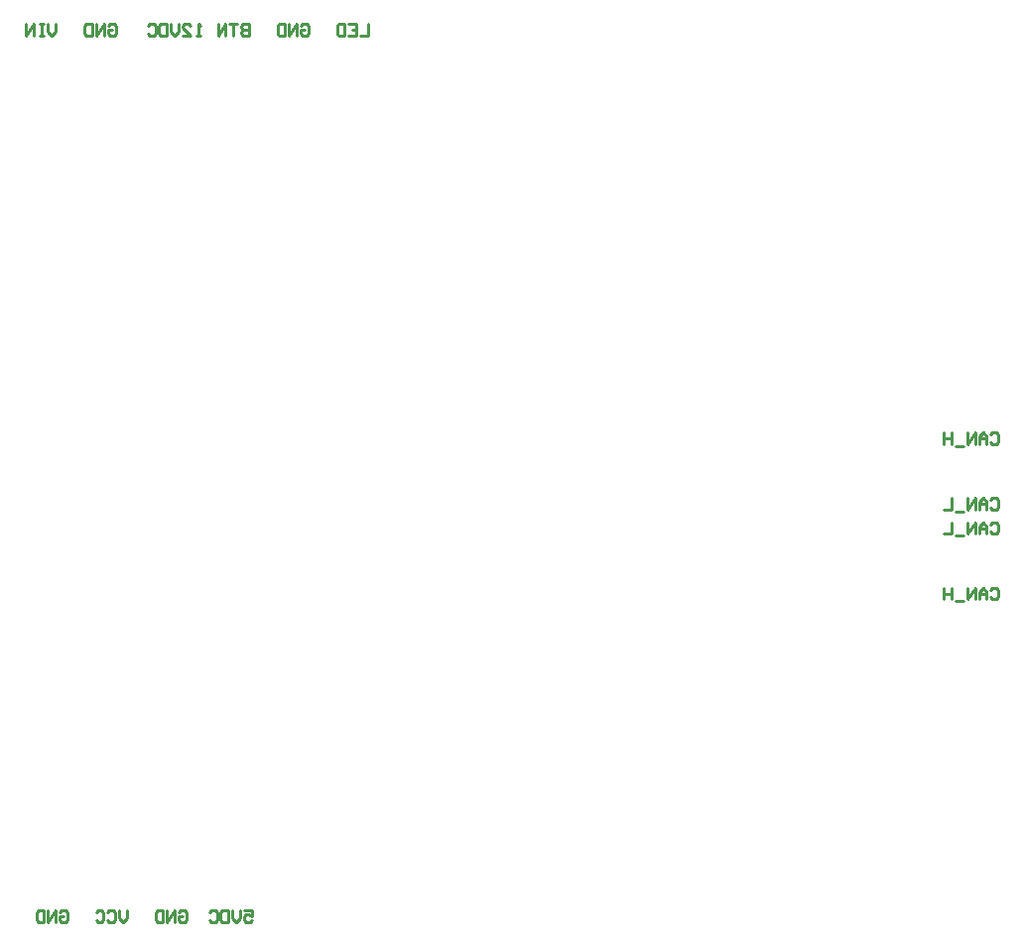
<source format=gbo>
G04*
G04 #@! TF.GenerationSoftware,Altium Limited,Altium Designer,23.0.1 (38)*
G04*
G04 Layer_Color=32896*
%FSLAX44Y44*%
%MOMM*%
G71*
G04*
G04 #@! TF.SameCoordinates,6FF5410F-6566-4CAA-8283-5BB090145FDD*
G04*
G04*
G04 #@! TF.FilePolarity,Positive*
G04*
G01*
G75*
%ADD10C,0.2540*%
D10*
X249963Y24729D02*
X256627D01*
Y19730D01*
X253295Y21397D01*
X251629D01*
X249963Y19730D01*
Y16398D01*
X251629Y14732D01*
X254961D01*
X256627Y16398D01*
X246631Y24729D02*
Y18064D01*
X243298Y14732D01*
X239966Y18064D01*
Y24729D01*
X236634D02*
Y14732D01*
X231635D01*
X229969Y16398D01*
Y23063D01*
X231635Y24729D01*
X236634D01*
X219973Y23063D02*
X221639Y24729D01*
X224971D01*
X226637Y23063D01*
Y16398D01*
X224971Y14732D01*
X221639D01*
X219973Y16398D01*
X150029Y24729D02*
Y18064D01*
X146697Y14732D01*
X143364Y18064D01*
Y24729D01*
X133368Y23063D02*
X135034Y24729D01*
X138366D01*
X140032Y23063D01*
Y16398D01*
X138366Y14732D01*
X135034D01*
X133368Y16398D01*
X123371Y23063D02*
X125037Y24729D01*
X128369D01*
X130035Y23063D01*
Y16398D01*
X128369Y14732D01*
X125037D01*
X123371Y16398D01*
X194165Y23063D02*
X195831Y24729D01*
X199163D01*
X200829Y23063D01*
Y16398D01*
X199163Y14732D01*
X195831D01*
X194165Y16398D01*
Y19730D01*
X197497D01*
X190832Y14732D02*
Y24729D01*
X184168Y14732D01*
Y24729D01*
X180835D02*
Y14732D01*
X175837D01*
X174171Y16398D01*
Y23063D01*
X175837Y24729D01*
X180835D01*
X92564Y23063D02*
X94231Y24729D01*
X97563D01*
X99229Y23063D01*
Y16398D01*
X97563Y14732D01*
X94231D01*
X92564Y16398D01*
Y19730D01*
X95897D01*
X89232Y14732D02*
Y24729D01*
X82568Y14732D01*
Y24729D01*
X79236D02*
Y14732D01*
X74237D01*
X72571Y16398D01*
Y23063D01*
X74237Y24729D01*
X79236D01*
X355729Y781395D02*
Y771398D01*
X349064D01*
X339068Y781395D02*
X345732D01*
Y771398D01*
X339068D01*
X345732Y776396D02*
X342400D01*
X335736Y781395D02*
Y771398D01*
X330737D01*
X329071Y773064D01*
Y779729D01*
X330737Y781395D01*
X335736D01*
X254129D02*
Y771398D01*
X249131D01*
X247465Y773064D01*
Y774730D01*
X249131Y776396D01*
X254129D01*
X249131D01*
X247465Y778063D01*
Y779729D01*
X249131Y781395D01*
X254129D01*
X244132D02*
X237468D01*
X240800D01*
Y771398D01*
X234135D02*
Y781395D01*
X227471Y771398D01*
Y781395D01*
X212493Y771398D02*
X209160D01*
X210827D01*
Y781395D01*
X212493Y779729D01*
X197498Y771398D02*
X204162D01*
X197498Y778063D01*
Y779729D01*
X199164Y781395D01*
X202496D01*
X204162Y779729D01*
X194165Y781395D02*
Y774730D01*
X190833Y771398D01*
X187501Y774730D01*
Y781395D01*
X184168D02*
Y771398D01*
X179170D01*
X177504Y773064D01*
Y779729D01*
X179170Y781395D01*
X184168D01*
X167507Y779729D02*
X169173Y781395D01*
X172506D01*
X174172Y779729D01*
Y773064D01*
X172506Y771398D01*
X169173D01*
X167507Y773064D01*
X298265Y779729D02*
X299931Y781395D01*
X303263D01*
X304929Y779729D01*
Y773064D01*
X303263Y771398D01*
X299931D01*
X298265Y773064D01*
Y776396D01*
X301597D01*
X294932Y771398D02*
Y781395D01*
X288268Y771398D01*
Y781395D01*
X284935D02*
Y771398D01*
X279937D01*
X278271Y773064D01*
Y779729D01*
X279937Y781395D01*
X284935D01*
X133665Y779729D02*
X135331Y781395D01*
X138663D01*
X140329Y779729D01*
Y773064D01*
X138663Y771398D01*
X135331D01*
X133665Y773064D01*
Y776396D01*
X136997D01*
X130332Y771398D02*
Y781395D01*
X123668Y771398D01*
Y781395D01*
X120336D02*
Y771398D01*
X115337D01*
X113671Y773064D01*
Y779729D01*
X115337Y781395D01*
X120336D01*
X88696D02*
Y774730D01*
X85364Y771398D01*
X82031Y774730D01*
Y781395D01*
X78699D02*
X75367D01*
X77033D01*
Y771398D01*
X78699D01*
X75367D01*
X70368D02*
Y781395D01*
X63704Y771398D01*
Y781395D01*
X886908Y298541D02*
X888574Y300207D01*
X891906D01*
X893572Y298541D01*
Y291876D01*
X891906Y290210D01*
X888574D01*
X886908Y291876D01*
X883575Y290210D02*
Y296875D01*
X880243Y300207D01*
X876911Y296875D01*
Y290210D01*
Y295208D01*
X883575D01*
X873578Y290210D02*
Y300207D01*
X866914Y290210D01*
Y300207D01*
X863582Y288544D02*
X856917D01*
X853585Y300207D02*
Y290210D01*
Y295208D01*
X846920D01*
Y300207D01*
Y290210D01*
X886908Y354421D02*
X888574Y356087D01*
X891906D01*
X893572Y354421D01*
Y347756D01*
X891906Y346090D01*
X888574D01*
X886908Y347756D01*
X883575Y346090D02*
Y352755D01*
X880243Y356087D01*
X876911Y352755D01*
Y346090D01*
Y351088D01*
X883575D01*
X873578Y346090D02*
Y356087D01*
X866914Y346090D01*
Y356087D01*
X863582Y344424D02*
X856917D01*
X853585Y356087D02*
Y346090D01*
X846920D01*
X886908Y374995D02*
X888574Y376661D01*
X891906D01*
X893572Y374995D01*
Y368330D01*
X891906Y366664D01*
X888574D01*
X886908Y368330D01*
X883575Y366664D02*
Y373329D01*
X880243Y376661D01*
X876911Y373329D01*
Y366664D01*
Y371662D01*
X883575D01*
X873578Y366664D02*
Y376661D01*
X866914Y366664D01*
Y376661D01*
X863582Y364998D02*
X856917D01*
X853585Y376661D02*
Y366664D01*
X846920D01*
X886908Y431129D02*
X888574Y432795D01*
X891906D01*
X893572Y431129D01*
Y424464D01*
X891906Y422798D01*
X888574D01*
X886908Y424464D01*
X883575Y422798D02*
Y429463D01*
X880243Y432795D01*
X876911Y429463D01*
Y422798D01*
Y427797D01*
X883575D01*
X873578Y422798D02*
Y432795D01*
X866914Y422798D01*
Y432795D01*
X863582Y421132D02*
X856917D01*
X853585Y432795D02*
Y422798D01*
Y427797D01*
X846920D01*
Y432795D01*
Y422798D01*
M02*

</source>
